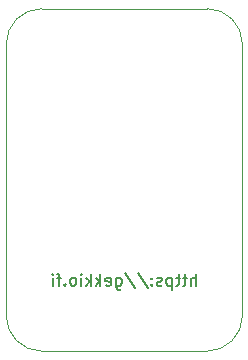
<source format=gbr>
G04 #@! TF.GenerationSoftware,KiCad,Pcbnew,5.1.6-c6e7f7d~86~ubuntu20.04.1*
G04 #@! TF.CreationDate,2020-05-17T01:00:28+03:00*
G04 #@! TF.ProjectId,EV-BA33Dxx,45562d42-4133-4334-9478-782e6b696361,v1.0*
G04 #@! TF.SameCoordinates,Original*
G04 #@! TF.FileFunction,Legend,Bot*
G04 #@! TF.FilePolarity,Positive*
%FSLAX46Y46*%
G04 Gerber Fmt 4.6, Leading zero omitted, Abs format (unit mm)*
G04 Created by KiCad (PCBNEW 5.1.6-c6e7f7d~86~ubuntu20.04.1) date 2020-05-17 01:00:28*
%MOMM*%
%LPD*%
G01*
G04 APERTURE LIST*
%ADD10C,0.150000*%
G04 #@! TA.AperFunction,Profile*
%ADD11C,0.050000*%
G04 #@! TD*
G04 APERTURE END LIST*
D10*
X66071428Y-73452380D02*
X66071428Y-72452380D01*
X65642857Y-73452380D02*
X65642857Y-72928571D01*
X65690476Y-72833333D01*
X65785714Y-72785714D01*
X65928571Y-72785714D01*
X66023809Y-72833333D01*
X66071428Y-72880952D01*
X65309523Y-72785714D02*
X64928571Y-72785714D01*
X65166666Y-72452380D02*
X65166666Y-73309523D01*
X65119047Y-73404761D01*
X65023809Y-73452380D01*
X64928571Y-73452380D01*
X64738095Y-72785714D02*
X64357142Y-72785714D01*
X64595238Y-72452380D02*
X64595238Y-73309523D01*
X64547619Y-73404761D01*
X64452380Y-73452380D01*
X64357142Y-73452380D01*
X64023809Y-72785714D02*
X64023809Y-73785714D01*
X64023809Y-72833333D02*
X63928571Y-72785714D01*
X63738095Y-72785714D01*
X63642857Y-72833333D01*
X63595238Y-72880952D01*
X63547619Y-72976190D01*
X63547619Y-73261904D01*
X63595238Y-73357142D01*
X63642857Y-73404761D01*
X63738095Y-73452380D01*
X63928571Y-73452380D01*
X64023809Y-73404761D01*
X63166666Y-73404761D02*
X63071428Y-73452380D01*
X62880952Y-73452380D01*
X62785714Y-73404761D01*
X62738095Y-73309523D01*
X62738095Y-73261904D01*
X62785714Y-73166666D01*
X62880952Y-73119047D01*
X63023809Y-73119047D01*
X63119047Y-73071428D01*
X63166666Y-72976190D01*
X63166666Y-72928571D01*
X63119047Y-72833333D01*
X63023809Y-72785714D01*
X62880952Y-72785714D01*
X62785714Y-72833333D01*
X62309523Y-73357142D02*
X62261904Y-73404761D01*
X62309523Y-73452380D01*
X62357142Y-73404761D01*
X62309523Y-73357142D01*
X62309523Y-73452380D01*
X62309523Y-72833333D02*
X62261904Y-72880952D01*
X62309523Y-72928571D01*
X62357142Y-72880952D01*
X62309523Y-72833333D01*
X62309523Y-72928571D01*
X61119047Y-72404761D02*
X61976190Y-73690476D01*
X60071428Y-72404761D02*
X60928571Y-73690476D01*
X59309523Y-72785714D02*
X59309523Y-73595238D01*
X59357142Y-73690476D01*
X59404761Y-73738095D01*
X59500000Y-73785714D01*
X59642857Y-73785714D01*
X59738095Y-73738095D01*
X59309523Y-73404761D02*
X59404761Y-73452380D01*
X59595238Y-73452380D01*
X59690476Y-73404761D01*
X59738095Y-73357142D01*
X59785714Y-73261904D01*
X59785714Y-72976190D01*
X59738095Y-72880952D01*
X59690476Y-72833333D01*
X59595238Y-72785714D01*
X59404761Y-72785714D01*
X59309523Y-72833333D01*
X58452380Y-73404761D02*
X58547619Y-73452380D01*
X58738095Y-73452380D01*
X58833333Y-73404761D01*
X58880952Y-73309523D01*
X58880952Y-72928571D01*
X58833333Y-72833333D01*
X58738095Y-72785714D01*
X58547619Y-72785714D01*
X58452380Y-72833333D01*
X58404761Y-72928571D01*
X58404761Y-73023809D01*
X58880952Y-73119047D01*
X57976190Y-73452380D02*
X57976190Y-72452380D01*
X57880952Y-73071428D02*
X57595238Y-73452380D01*
X57595238Y-72785714D02*
X57976190Y-73166666D01*
X57166666Y-73452380D02*
X57166666Y-72452380D01*
X57071428Y-73071428D02*
X56785714Y-73452380D01*
X56785714Y-72785714D02*
X57166666Y-73166666D01*
X56357142Y-73452380D02*
X56357142Y-72785714D01*
X56357142Y-72452380D02*
X56404761Y-72500000D01*
X56357142Y-72547619D01*
X56309523Y-72500000D01*
X56357142Y-72452380D01*
X56357142Y-72547619D01*
X55738095Y-73452380D02*
X55833333Y-73404761D01*
X55880952Y-73357142D01*
X55928571Y-73261904D01*
X55928571Y-72976190D01*
X55880952Y-72880952D01*
X55833333Y-72833333D01*
X55738095Y-72785714D01*
X55595238Y-72785714D01*
X55500000Y-72833333D01*
X55452380Y-72880952D01*
X55404761Y-72976190D01*
X55404761Y-73261904D01*
X55452380Y-73357142D01*
X55500000Y-73404761D01*
X55595238Y-73452380D01*
X55738095Y-73452380D01*
X54976190Y-73357142D02*
X54928571Y-73404761D01*
X54976190Y-73452380D01*
X55023809Y-73404761D01*
X54976190Y-73357142D01*
X54976190Y-73452380D01*
X54642857Y-72785714D02*
X54261904Y-72785714D01*
X54500000Y-73452380D02*
X54500000Y-72595238D01*
X54452380Y-72500000D01*
X54357142Y-72452380D01*
X54261904Y-72452380D01*
X53928571Y-73452380D02*
X53928571Y-72785714D01*
X53928571Y-72452380D02*
X53976190Y-72500000D01*
X53928571Y-72547619D01*
X53880952Y-72500000D01*
X53928571Y-72452380D01*
X53928571Y-72547619D01*
D11*
X53000000Y-79000000D02*
G75*
G02*
X50000000Y-76000000I0J3000000D01*
G01*
X50000000Y-53000000D02*
G75*
G02*
X53000000Y-50000000I3000000J0D01*
G01*
X67000000Y-50000000D02*
G75*
G02*
X70000000Y-53000000I0J-3000000D01*
G01*
X70000000Y-76000000D02*
G75*
G02*
X67000000Y-79000000I-3000000J0D01*
G01*
X50000000Y-76000000D02*
X50000000Y-53000000D01*
X67000000Y-79000000D02*
X53000000Y-79000000D01*
X70000000Y-53000000D02*
X70000000Y-76000000D01*
X53000000Y-50000000D02*
X67000000Y-50000000D01*
M02*

</source>
